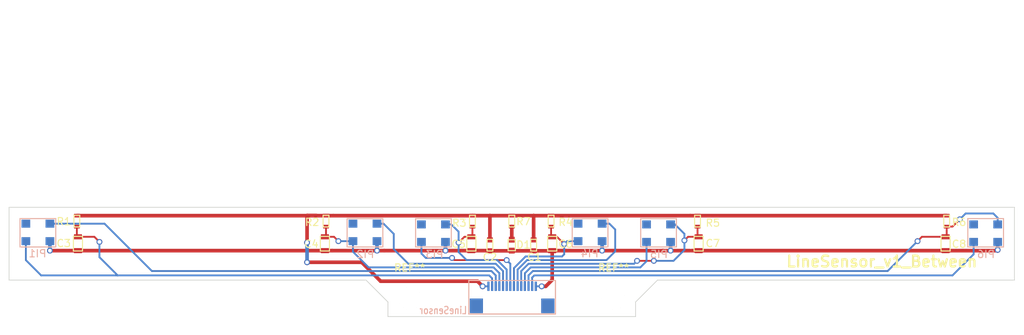
<source format=kicad_pcb>
(kicad_pcb (version 20171130) (host pcbnew "(5.0.0)")

  (general
    (thickness 1.6)
    (drawings 21)
    (tracks 192)
    (zones 0)
    (modules 25)
    (nets 16)
  )

  (page A4)
  (layers
    (0 F.Cu signal)
    (31 B.Cu signal)
    (32 B.Adhes user)
    (33 F.Adhes user)
    (34 B.Paste user)
    (35 F.Paste user)
    (36 B.SilkS user)
    (37 F.SilkS user)
    (38 B.Mask user)
    (39 F.Mask user)
    (40 Dwgs.User user)
    (41 Cmts.User user)
    (42 Eco1.User user)
    (43 Eco2.User user)
    (44 Edge.Cuts user)
    (45 Margin user)
    (46 B.CrtYd user)
    (47 F.CrtYd user)
    (48 B.Fab user)
    (49 F.Fab user)
  )

  (setup
    (last_trace_width 0.25)
    (user_trace_width 0.25)
    (user_trace_width 0.5)
    (trace_clearance 0.2)
    (zone_clearance 0.508)
    (zone_45_only no)
    (trace_min 0.2)
    (segment_width 0.2)
    (edge_width 0.15)
    (via_size 0.8)
    (via_drill 0.5)
    (via_min_size 0.8)
    (via_min_drill 0.4)
    (uvia_size 0.3)
    (uvia_drill 0.1)
    (uvias_allowed no)
    (uvia_min_size 0.2)
    (uvia_min_drill 0.1)
    (pcb_text_width 0.3)
    (pcb_text_size 1.5 1.5)
    (mod_edge_width 0.15)
    (mod_text_size 1 1)
    (mod_text_width 0.15)
    (pad_size 1.524 1.524)
    (pad_drill 0.762)
    (pad_to_mask_clearance 0.2)
    (aux_axis_origin 85.9 112)
    (visible_elements 7FFFF7FF)
    (pcbplotparams
      (layerselection 0x010f0_80000001)
      (usegerberextensions true)
      (usegerberattributes false)
      (usegerberadvancedattributes false)
      (creategerberjobfile false)
      (excludeedgelayer true)
      (linewidth 0.100000)
      (plotframeref false)
      (viasonmask false)
      (mode 1)
      (useauxorigin false)
      (hpglpennumber 1)
      (hpglpenspeed 20)
      (hpglpendiameter 15.000000)
      (psnegative false)
      (psa4output false)
      (plotreference true)
      (plotvalue true)
      (plotinvisibletext false)
      (padsonsilk false)
      (subtractmaskfromsilk false)
      (outputformat 1)
      (mirror false)
      (drillshape 0)
      (scaleselection 1)
      (outputdirectory "gerber/"))
  )

  (net 0 "")
  (net 1 +3V3)
  (net 2 GND)
  (net 3 ANALOG_SEN1)
  (net 4 ANALOG_SEN2)
  (net 5 ANALOG_SEN3)
  (net 6 ANALOG_SEN4)
  (net 7 ANALOG_SEN5)
  (net 8 ANALOG_SEN6)
  (net 9 VR1)
  (net 10 VR2)
  (net 11 VR3)
  (net 12 VR4)
  (net 13 VR5)
  (net 14 VR6)
  (net 15 "Net-(D1-Pad2)")

  (net_class Default "これは標準のネット クラスです。"
    (clearance 0.2)
    (trace_width 0.25)
    (via_dia 0.8)
    (via_drill 0.5)
    (uvia_dia 0.3)
    (uvia_drill 0.1)
    (add_net +3V3)
    (add_net ANALOG_SEN1)
    (add_net ANALOG_SEN2)
    (add_net ANALOG_SEN3)
    (add_net ANALOG_SEN4)
    (add_net ANALOG_SEN5)
    (add_net ANALOG_SEN6)
    (add_net GND)
    (add_net "Net-(D1-Pad2)")
    (add_net VR1)
    (add_net VR2)
    (add_net VR3)
    (add_net VR4)
    (add_net VR5)
    (add_net VR6)
  )

  (module "CN-FFC-SMT2(CN-FFC(0:CN-FFC-SMT2(CN-FFC(0.5)14PD)" (layer F.Cu) (tedit 5B66C610) (tstamp 5B28C679)
    (at 144.8 109.4)
    (path /5B288245)
    (fp_text reference LineSensor (at -3.2 -1.2) (layer B.SilkS)
      (effects (font (size 1 0.8) (thickness 0.15)) (justify mirror))
    )
    (fp_text value "CN-FFC-SMT2(CN-FFC(0.5)14PD)" (at 7.8 0.7) (layer F.Fab)
      (effects (font (size 1 1) (thickness 0.15)))
    )
    (fp_line (start 12.2 -0.7) (end 12.2 -5.3) (layer B.SilkS) (width 0.15))
    (fp_line (start 0.3 -0.7) (end 12.2 -0.7) (layer B.SilkS) (width 0.15))
    (fp_line (start 0.3 -0.7) (end 12.2 -0.7) (layer B.SilkS) (width 0.15))
    (fp_line (start 12.2 -0.7) (end 12.2 -5.3) (layer B.SilkS) (width 0.15))
    (fp_line (start 12.2 -5.3) (end 0.3 -5.3) (layer B.SilkS) (width 0.15))
    (fp_line (start 0.3 -5.3) (end 0.3 -0.7) (layer B.SilkS) (width 0.15))
    (pad 14 smd rect (at 9.5 -4.5) (size 0.3 1.25) (layers B.Cu B.Paste B.Mask)
      (net 2 GND))
    (pad 13 smd rect (at 9 -4.5) (size 0.3 1.25) (layers B.Cu B.Paste B.Mask)
      (net 14 VR6))
    (pad 12 smd rect (at 8.5 -4.5) (size 0.3 1.25) (layers B.Cu B.Paste B.Mask)
      (net 8 ANALOG_SEN6))
    (pad 11 smd rect (at 8 -4.5) (size 0.3 1.25) (layers B.Cu B.Paste B.Mask)
      (net 13 VR5))
    (pad 10 smd rect (at 7.5 -4.5) (size 0.3 1.25) (layers B.Cu B.Paste B.Mask)
      (net 7 ANALOG_SEN5))
    (pad 9 smd rect (at 7 -4.5) (size 0.3 1.25) (layers B.Cu B.Paste B.Mask)
      (net 12 VR4))
    (pad 8 smd rect (at 6.5 -4.5) (size 0.3 1.25) (layers B.Cu B.Paste B.Mask)
      (net 6 ANALOG_SEN4))
    (pad 7 smd rect (at 6 -4.5) (size 0.3 1.25) (layers B.Cu B.Paste B.Mask)
      (net 11 VR3))
    (pad 6 smd rect (at 5.5 -4.5) (size 0.3 1.25) (layers B.Cu B.Paste B.Mask)
      (net 5 ANALOG_SEN3))
    (pad 5 smd rect (at 5 -4.5) (size 0.3 1.25) (layers B.Cu B.Paste B.Mask)
      (net 10 VR2))
    (pad 4 smd rect (at 4.5 -4.5) (size 0.3 1.25) (layers B.Cu B.Paste B.Mask)
      (net 4 ANALOG_SEN2))
    (pad 3 smd rect (at 4 -4.5) (size 0.3 1.25) (layers B.Cu B.Paste B.Mask)
      (net 9 VR1))
    (pad 2 smd rect (at 3.5 -4.5) (size 0.3 1.25) (layers B.Cu B.Paste B.Mask)
      (net 3 ANALOG_SEN1))
    (pad "" smd rect (at 1.35 -1.825) (size 1.8 2) (layers B.Cu B.Paste B.Mask))
    (pad "" smd rect (at 11.15 -1.825) (size 1.8 2) (layers B.Cu B.Paste B.Mask))
    (pad 1 smd rect (at 3 -4.5) (size 0.3 1.25) (layers B.Cu B.Paste B.Mask)
      (net 1 +3V3))
    (pad 1 smd rect (at 3 -4.5) (size 0.3 1.25) (layers B.Cu B.Paste B.Mask)
      (net 1 +3V3))
    (pad "" smd rect (at 11.15 -1.825) (size 1.8 2) (layers B.Cu B.Paste B.Mask))
    (pad "" smd rect (at 1.35 -1.825) (size 1.8 2) (layers B.Cu B.Paste B.Mask))
    (pad 2 smd rect (at 3.5 -4.5) (size 0.3 1.25) (layers B.Cu B.Paste B.Mask)
      (net 3 ANALOG_SEN1))
    (pad 3 smd rect (at 4 -4.5) (size 0.3 1.25) (layers B.Cu B.Paste B.Mask)
      (net 9 VR1))
    (pad 4 smd rect (at 4.5 -4.5) (size 0.3 1.25) (layers B.Cu B.Paste B.Mask)
      (net 4 ANALOG_SEN2))
    (pad 5 smd rect (at 5 -4.5) (size 0.3 1.25) (layers B.Cu B.Paste B.Mask)
      (net 10 VR2))
    (pad 6 smd rect (at 5.5 -4.5) (size 0.3 1.25) (layers B.Cu B.Paste B.Mask)
      (net 5 ANALOG_SEN3))
    (pad 7 smd rect (at 6 -4.5) (size 0.3 1.25) (layers B.Cu B.Paste B.Mask)
      (net 11 VR3))
    (pad 8 smd rect (at 6.5 -4.5) (size 0.3 1.25) (layers B.Cu B.Paste B.Mask)
      (net 6 ANALOG_SEN4))
    (pad 9 smd rect (at 7 -4.5) (size 0.3 1.25) (layers B.Cu B.Paste B.Mask)
      (net 12 VR4))
    (pad 10 smd rect (at 7.5 -4.5) (size 0.3 1.25) (layers B.Cu B.Paste B.Mask)
      (net 7 ANALOG_SEN5))
    (pad 11 smd rect (at 8 -4.5) (size 0.3 1.25) (layers B.Cu B.Paste B.Mask)
      (net 13 VR5))
    (pad 12 smd rect (at 8.5 -4.5) (size 0.3 1.25) (layers B.Cu B.Paste B.Mask)
      (net 8 ANALOG_SEN6))
    (pad 13 smd rect (at 9 -4.5) (size 0.3 1.25) (layers B.Cu B.Paste B.Mask)
      (net 14 VR6))
    (pad 14 smd rect (at 9.5 -4.5) (size 0.3 1.25) (layers B.Cu B.Paste B.Mask)
      (net 2 GND))
  )

  (module GP2S700HCP:GP2S700HCP (layer F.Cu) (tedit 5B6438AD) (tstamp 5B25F938)
    (at 176.1 92.8 180)
    (path /5B1E5878)
    (fp_text reference PI5 (at 4.9 -7.7 180) (layer B.SilkS)
      (effects (font (size 1 1) (thickness 0.15)) (justify mirror))
    )
    (fp_text value GP2S700HCP (at 3.7 -1.5 180) (layer F.Fab)
      (effects (font (size 1 1) (thickness 0.15)))
    )
    (fp_line (start 2.5 -2.8) (end 2.5 -6.7) (layer B.SilkS) (width 0.15))
    (fp_line (start 7.4 -2.8) (end 2.5 -2.8) (layer B.SilkS) (width 0.15))
    (fp_line (start 7.4 -6.7) (end 7.4 -2.8) (layer B.SilkS) (width 0.15))
    (fp_line (start 2.5 -6.7) (end 7.4 -6.7) (layer B.SilkS) (width 0.15))
    (pad 3 smd rect (at 6.6 -3.6 180) (size 1.2 1.1) (layers B.Cu B.Paste B.Mask)
      (net 2 GND))
    (pad 2 smd rect (at 3.3 -3.6 180) (size 1.2 1.1) (layers B.Cu B.Paste B.Mask)
      (net 7 ANALOG_SEN5))
    (pad 4 smd rect (at 6.6 -6 180) (size 1.2 1.1) (layers B.Cu B.Paste B.Mask)
      (net 13 VR5))
    (pad 1 smd rect (at 3.3 -6 180) (size 1.2 1.1) (layers B.Cu B.Paste B.Mask)
      (net 2 GND))
  )

  (module GP2S700HCP:GP2S700HCP (layer F.Cu) (tedit 5B6438BA) (tstamp 5B25F914)
    (at 125.9 102.3)
    (path /5B1E5E28)
    (fp_text reference PI2 (at 5 -1.8) (layer B.SilkS)
      (effects (font (size 1 1) (thickness 0.15)) (justify mirror))
    )
    (fp_text value GP2S700HCP (at 4.8 -8) (layer F.Fab)
      (effects (font (size 1 1) (thickness 0.15)))
    )
    (fp_line (start 2.5 -2.8) (end 2.5 -6.7) (layer B.SilkS) (width 0.15))
    (fp_line (start 7.4 -2.8) (end 2.5 -2.8) (layer B.SilkS) (width 0.15))
    (fp_line (start 7.4 -6.7) (end 7.4 -2.8) (layer B.SilkS) (width 0.15))
    (fp_line (start 2.5 -6.7) (end 7.4 -6.7) (layer B.SilkS) (width 0.15))
    (pad 3 smd rect (at 6.6 -3.6) (size 1.2 1.1) (layers B.Cu B.Paste B.Mask)
      (net 2 GND))
    (pad 2 smd rect (at 3.3 -3.6) (size 1.2 1.1) (layers B.Cu B.Paste B.Mask)
      (net 4 ANALOG_SEN2))
    (pad 4 smd rect (at 6.6 -6) (size 1.2 1.1) (layers B.Cu B.Paste B.Mask)
      (net 10 VR2))
    (pad 1 smd rect (at 3.3 -6) (size 1.2 1.1) (layers B.Cu B.Paste B.Mask)
      (net 2 GND))
  )

  (module GP2S700HCP:GP2S700HCP (layer F.Cu) (tedit 5B6438B4) (tstamp 5B25F92C)
    (at 156.8 102.3)
    (path /5B1E5688)
    (fp_text reference PI4 (at 4.9 -1.9) (layer B.SilkS)
      (effects (font (size 1 1) (thickness 0.15)) (justify mirror))
    )
    (fp_text value GP2S700HCP (at 5 -8.1) (layer F.Fab)
      (effects (font (size 1 1) (thickness 0.15)))
    )
    (fp_line (start 2.5 -2.8) (end 2.5 -6.7) (layer B.SilkS) (width 0.15))
    (fp_line (start 7.4 -2.8) (end 2.5 -2.8) (layer B.SilkS) (width 0.15))
    (fp_line (start 7.4 -6.7) (end 7.4 -2.8) (layer B.SilkS) (width 0.15))
    (fp_line (start 2.5 -6.7) (end 7.4 -6.7) (layer B.SilkS) (width 0.15))
    (pad 3 smd rect (at 6.6 -3.6) (size 1.2 1.1) (layers B.Cu B.Paste B.Mask)
      (net 2 GND))
    (pad 2 smd rect (at 3.3 -3.6) (size 1.2 1.1) (layers B.Cu B.Paste B.Mask)
      (net 6 ANALOG_SEN4))
    (pad 4 smd rect (at 6.6 -6) (size 1.2 1.1) (layers B.Cu B.Paste B.Mask)
      (net 12 VR4))
    (pad 1 smd rect (at 3.3 -6) (size 1.2 1.1) (layers B.Cu B.Paste B.Mask)
      (net 2 GND))
  )

  (module GP2S700HCP:GP2S700HCP (layer F.Cu) (tedit 5B6438B6) (tstamp 5B25F944)
    (at 221 92.8 180)
    (path /5B1E5A02)
    (fp_text reference PI6 (at 4.9 -7.7 180) (layer B.SilkS)
      (effects (font (size 1 1) (thickness 0.15)) (justify mirror))
    )
    (fp_text value GP2S700HCP (at 4.7 -1.2 180) (layer F.Fab)
      (effects (font (size 1 1) (thickness 0.15)))
    )
    (fp_line (start 2.5 -2.8) (end 2.5 -6.7) (layer B.SilkS) (width 0.15))
    (fp_line (start 7.4 -2.8) (end 2.5 -2.8) (layer B.SilkS) (width 0.15))
    (fp_line (start 7.4 -6.7) (end 7.4 -2.8) (layer B.SilkS) (width 0.15))
    (fp_line (start 2.5 -6.7) (end 7.4 -6.7) (layer B.SilkS) (width 0.15))
    (pad 3 smd rect (at 6.6 -3.6 180) (size 1.2 1.1) (layers B.Cu B.Paste B.Mask)
      (net 2 GND))
    (pad 2 smd rect (at 3.3 -3.6 180) (size 1.2 1.1) (layers B.Cu B.Paste B.Mask)
      (net 8 ANALOG_SEN6))
    (pad 4 smd rect (at 6.6 -6 180) (size 1.2 1.1) (layers B.Cu B.Paste B.Mask)
      (net 14 VR6))
    (pad 1 smd rect (at 3.3 -6 180) (size 1.2 1.1) (layers B.Cu B.Paste B.Mask)
      (net 2 GND))
  )

  (module GP2S700HCP:GP2S700HCP (layer F.Cu) (tedit 5B6438C2) (tstamp 5B25F908)
    (at 81 102.3)
    (path /5B1E5DF2)
    (fp_text reference PI1 (at 4.9 -1.9) (layer B.SilkS)
      (effects (font (size 1 1) (thickness 0.15)) (justify mirror))
    )
    (fp_text value GP2S700HCP (at 4.8 -8.6) (layer F.Fab)
      (effects (font (size 1 1) (thickness 0.15)))
    )
    (fp_line (start 2.5 -2.8) (end 2.5 -6.7) (layer B.SilkS) (width 0.15))
    (fp_line (start 7.4 -2.8) (end 2.5 -2.8) (layer B.SilkS) (width 0.15))
    (fp_line (start 7.4 -6.7) (end 7.4 -2.8) (layer B.SilkS) (width 0.15))
    (fp_line (start 2.5 -6.7) (end 7.4 -6.7) (layer B.SilkS) (width 0.15))
    (pad 3 smd rect (at 6.6 -3.6) (size 1.2 1.1) (layers B.Cu B.Paste B.Mask)
      (net 2 GND))
    (pad 2 smd rect (at 3.3 -3.6) (size 1.2 1.1) (layers B.Cu B.Paste B.Mask)
      (net 3 ANALOG_SEN1))
    (pad 4 smd rect (at 6.6 -6) (size 1.2 1.1) (layers B.Cu B.Paste B.Mask)
      (net 9 VR1))
    (pad 1 smd rect (at 3.3 -6) (size 1.2 1.1) (layers B.Cu B.Paste B.Mask)
      (net 2 GND))
  )

  (module GP2S700HCP:GP2S700HCP (layer F.Cu) (tedit 5B6438BB) (tstamp 5B25F920)
    (at 145.2 92.8 180)
    (path /5B1CEE93)
    (fp_text reference PI3 (at 4.8 -7.7 180) (layer B.SilkS)
      (effects (font (size 1 1) (thickness 0.15)) (justify mirror))
    )
    (fp_text value GP2S700HCP (at 3.6 -1.5 180) (layer F.Fab)
      (effects (font (size 1 1) (thickness 0.15)))
    )
    (fp_line (start 2.5 -2.8) (end 2.5 -6.7) (layer B.SilkS) (width 0.15))
    (fp_line (start 7.4 -2.8) (end 2.5 -2.8) (layer B.SilkS) (width 0.15))
    (fp_line (start 7.4 -6.7) (end 7.4 -2.8) (layer B.SilkS) (width 0.15))
    (fp_line (start 2.5 -6.7) (end 7.4 -6.7) (layer B.SilkS) (width 0.15))
    (pad 3 smd rect (at 6.6 -3.6 180) (size 1.2 1.1) (layers B.Cu B.Paste B.Mask)
      (net 2 GND))
    (pad 2 smd rect (at 3.3 -3.6 180) (size 1.2 1.1) (layers B.Cu B.Paste B.Mask)
      (net 5 ANALOG_SEN3))
    (pad 4 smd rect (at 6.6 -6 180) (size 1.2 1.1) (layers B.Cu B.Paste B.Mask)
      (net 11 VR3))
    (pad 1 smd rect (at 3.3 -6 180) (size 1.2 1.1) (layers B.Cu B.Paste B.Mask)
      (net 2 GND))
  )

  (module "LED 1608:LED 1608" (layer F.Cu) (tedit 5B62B200) (tstamp 5B62BA17)
    (at 151.9 100.7 90)
    (path /5B6361C6)
    (fp_text reference D1 (at 1.5 0.7 180) (layer F.SilkS)
      (effects (font (size 1 1) (thickness 0.15)))
    )
    (fp_text value LED_ALT (at -2 -0.7 180) (layer F.Fab)
      (effects (font (size 1 1) (thickness 0.15)))
    )
    (fp_line (start 0.7 -0.4) (end 0.7 -1.4) (layer F.SilkS) (width 0.15))
    (fp_line (start 2.2 -0.4) (end 0.7 -0.4) (layer F.SilkS) (width 0.15))
    (fp_line (start 2.2 -1.4) (end 2.2 -0.4) (layer F.SilkS) (width 0.15))
    (fp_line (start 0.7 -1.4) (end 2.2 -1.4) (layer F.SilkS) (width 0.15))
    (pad 2 smd rect (at 2.2 -0.9 90) (size 0.8 0.8) (layers F.Cu F.Paste F.Mask)
      (net 15 "Net-(D1-Pad2)"))
    (pad 1 smd rect (at 0.7 -0.9 90) (size 0.8 0.8) (layers F.Cu F.Paste F.Mask)
      (net 2 GND))
  )

  (module C_2012_HandSolderring_0.1u:C_2012_HandSolderring_0.1u (layer F.Cu) (tedit 5B63C7E2) (tstamp 5B25F8C4)
    (at 143.5 96.7 270)
    (path /5B1CF931)
    (fp_text reference C5 (at 2.4 -0.2) (layer F.SilkS)
      (effects (font (size 1 1) (thickness 0.15)))
    )
    (fp_text value 1000p (at 4.3 -2) (layer F.Fab)
      (effects (font (size 1 1) (thickness 0.15)))
    )
    (fp_line (start 1.35 -2.575) (end 1.35 -1.325) (layer F.SilkS) (width 0.15))
    (fp_line (start 1.35 -1.325) (end 3.35 -1.325) (layer F.SilkS) (width 0.15))
    (fp_line (start 3.35 -2.575) (end 3.35 -1.325) (layer F.SilkS) (width 0.15))
    (fp_line (start 1.35 -2.575) (end 3.35 -2.575) (layer F.SilkS) (width 0.15))
    (pad 1 smd rect (at 1.4 -1.95 270) (size 0.7 1.1) (layers F.Cu F.Paste F.Mask)
      (net 5 ANALOG_SEN3))
    (pad 2 smd rect (at 3.3 -1.95 270) (size 0.7 1.1) (layers F.Cu F.Paste F.Mask)
      (net 2 GND))
  )

  (module C_1608_HandSolderring_1000pF:C_1608_HandSolderring_1000pF (layer F.Cu) (tedit 5B63C806) (tstamp 5B25F89C)
    (at 153.1 97.9 270)
    (path /5B1E3960)
    (fp_text reference C1 (at 3 -1) (layer F.SilkS)
      (effects (font (size 1 1) (thickness 0.15)))
    )
    (fp_text value 0.1u (at -0.5 -0.9) (layer F.Fab)
      (effects (font (size 1 1) (thickness 0.15)))
    )
    (fp_line (start 0.55 -0.5) (end 2.15 -0.5) (layer F.SilkS) (width 0.15))
    (fp_line (start 0.55 -1.3) (end 0.55 -0.5) (layer F.SilkS) (width 0.15))
    (fp_line (start 0.55 -1.3) (end 2.15 -1.3) (layer F.SilkS) (width 0.15))
    (fp_line (start 2.15 -1.3) (end 2.15 -0.5) (layer F.SilkS) (width 0.15))
    (pad 1 smd rect (at 0.625 -0.9 270) (size 0.7 0.8) (layers F.Cu F.Paste F.Mask)
      (net 1 +3V3))
    (pad 2 smd rect (at 2.125 -0.9 270) (size 0.7 0.8) (layers F.Cu F.Paste F.Mask)
      (net 2 GND))
  )

  (module C_1608_HandSolderring_1000pF:C_1608_HandSolderring_1000pF (layer F.Cu) (tedit 5B63C7E9) (tstamp 5B25F8A6)
    (at 147.1 97.9 270)
    (path /5B1E3987)
    (fp_text reference C2 (at 3 -0.9) (layer F.SilkS)
      (effects (font (size 1 1) (thickness 0.15)))
    )
    (fp_text value 0.1u (at -0.6 -1.5) (layer F.Fab)
      (effects (font (size 1 1) (thickness 0.15)))
    )
    (fp_line (start 0.55 -0.5) (end 2.15 -0.5) (layer F.SilkS) (width 0.15))
    (fp_line (start 0.55 -1.3) (end 0.55 -0.5) (layer F.SilkS) (width 0.15))
    (fp_line (start 0.55 -1.3) (end 2.15 -1.3) (layer F.SilkS) (width 0.15))
    (fp_line (start 2.15 -1.3) (end 2.15 -0.5) (layer F.SilkS) (width 0.15))
    (pad 1 smd rect (at 0.625 -0.9 270) (size 0.7 0.8) (layers F.Cu F.Paste F.Mask)
      (net 1 +3V3))
    (pad 2 smd rect (at 2.125 -0.9 270) (size 0.7 0.8) (layers F.Cu F.Paste F.Mask)
      (net 2 GND))
  )

  (module C_2012_HandSolderring_0.1u:C_2012_HandSolderring_0.1u (layer F.Cu) (tedit 5B63C794) (tstamp 5B25F8B0)
    (at 89.5 96.7 270)
    (path /5B1E5E12)
    (fp_text reference C3 (at 2.3 0) (layer F.SilkS)
      (effects (font (size 1 1) (thickness 0.15)))
    )
    (fp_text value 1000p (at 2.5 -5.1) (layer F.Fab)
      (effects (font (size 1 1) (thickness 0.15)))
    )
    (fp_line (start 1.35 -2.575) (end 1.35 -1.325) (layer F.SilkS) (width 0.15))
    (fp_line (start 1.35 -1.325) (end 3.35 -1.325) (layer F.SilkS) (width 0.15))
    (fp_line (start 3.35 -2.575) (end 3.35 -1.325) (layer F.SilkS) (width 0.15))
    (fp_line (start 1.35 -2.575) (end 3.35 -2.575) (layer F.SilkS) (width 0.15))
    (pad 1 smd rect (at 1.4 -1.95 270) (size 0.7 1.1) (layers F.Cu F.Paste F.Mask)
      (net 3 ANALOG_SEN1))
    (pad 2 smd rect (at 3.3 -1.95 270) (size 0.7 1.1) (layers F.Cu F.Paste F.Mask)
      (net 2 GND))
  )

  (module C_2012_HandSolderring_0.1u:C_2012_HandSolderring_0.1u (layer F.Cu) (tedit 5B63C7B0) (tstamp 5B63C6B3)
    (at 123.4 96.7 270)
    (path /5B1E5E48)
    (fp_text reference C4 (at 2.4 -0.1) (layer F.SilkS)
      (effects (font (size 1 1) (thickness 0.15)))
    )
    (fp_text value 1000p (at 2.2 3.2) (layer F.Fab)
      (effects (font (size 1 1) (thickness 0.15)))
    )
    (fp_line (start 1.35 -2.575) (end 1.35 -1.325) (layer F.SilkS) (width 0.15))
    (fp_line (start 1.35 -1.325) (end 3.35 -1.325) (layer F.SilkS) (width 0.15))
    (fp_line (start 3.35 -2.575) (end 3.35 -1.325) (layer F.SilkS) (width 0.15))
    (fp_line (start 1.35 -2.575) (end 3.35 -2.575) (layer F.SilkS) (width 0.15))
    (pad 1 smd rect (at 1.4 -1.95 270) (size 0.7 1.1) (layers F.Cu F.Paste F.Mask)
      (net 4 ANALOG_SEN2))
    (pad 2 smd rect (at 3.3 -1.95 270) (size 0.7 1.1) (layers F.Cu F.Paste F.Mask)
      (net 2 GND))
  )

  (module C_2012_HandSolderring_0.1u:C_2012_HandSolderring_0.1u (layer F.Cu) (tedit 5B63C7F8) (tstamp 5B25F8CE)
    (at 154.6 96.7 270)
    (path /5B1E56A8)
    (fp_text reference C6 (at 2.4 -3.8) (layer F.SilkS)
      (effects (font (size 1 1) (thickness 0.15)))
    )
    (fp_text value 1000p (at 4.2 -2.2) (layer F.Fab)
      (effects (font (size 1 1) (thickness 0.15)))
    )
    (fp_line (start 1.35 -2.575) (end 1.35 -1.325) (layer F.SilkS) (width 0.15))
    (fp_line (start 1.35 -1.325) (end 3.35 -1.325) (layer F.SilkS) (width 0.15))
    (fp_line (start 3.35 -2.575) (end 3.35 -1.325) (layer F.SilkS) (width 0.15))
    (fp_line (start 1.35 -2.575) (end 3.35 -2.575) (layer F.SilkS) (width 0.15))
    (pad 1 smd rect (at 1.4 -1.95 270) (size 0.7 1.1) (layers F.Cu F.Paste F.Mask)
      (net 6 ANALOG_SEN4))
    (pad 2 smd rect (at 3.3 -1.95 270) (size 0.7 1.1) (layers F.Cu F.Paste F.Mask)
      (net 2 GND))
  )

  (module C_2012_HandSolderring_0.1u:C_2012_HandSolderring_0.1u (layer F.Cu) (tedit 5B63C826) (tstamp 5B25F8D8)
    (at 174.7 96.7 270)
    (path /5B1E5898)
    (fp_text reference C7 (at 2.3 -3.9) (layer F.SilkS)
      (effects (font (size 1 1) (thickness 0.15)))
    )
    (fp_text value 1000p (at 2.2 -7.5) (layer F.Fab)
      (effects (font (size 1 1) (thickness 0.15)))
    )
    (fp_line (start 1.35 -2.575) (end 1.35 -1.325) (layer F.SilkS) (width 0.15))
    (fp_line (start 1.35 -1.325) (end 3.35 -1.325) (layer F.SilkS) (width 0.15))
    (fp_line (start 3.35 -2.575) (end 3.35 -1.325) (layer F.SilkS) (width 0.15))
    (fp_line (start 1.35 -2.575) (end 3.35 -2.575) (layer F.SilkS) (width 0.15))
    (pad 1 smd rect (at 1.4 -1.95 270) (size 0.7 1.1) (layers F.Cu F.Paste F.Mask)
      (net 7 ANALOG_SEN5))
    (pad 2 smd rect (at 3.3 -1.95 270) (size 0.7 1.1) (layers F.Cu F.Paste F.Mask)
      (net 2 GND))
  )

  (module C_2012_HandSolderring_0.1u:C_2012_HandSolderring_0.1u (layer F.Cu) (tedit 5B63C833) (tstamp 5B25F8E2)
    (at 208.6 96.7 270)
    (path /5B1E5A22)
    (fp_text reference C8 (at 2.4 -3.8) (layer F.SilkS)
      (effects (font (size 1 1) (thickness 0.15)))
    )
    (fp_text value 1000p (at 2.5 1.3) (layer F.Fab)
      (effects (font (size 1 1) (thickness 0.15)))
    )
    (fp_line (start 1.35 -2.575) (end 1.35 -1.325) (layer F.SilkS) (width 0.15))
    (fp_line (start 1.35 -1.325) (end 3.35 -1.325) (layer F.SilkS) (width 0.15))
    (fp_line (start 3.35 -2.575) (end 3.35 -1.325) (layer F.SilkS) (width 0.15))
    (fp_line (start 1.35 -2.575) (end 3.35 -2.575) (layer F.SilkS) (width 0.15))
    (pad 1 smd rect (at 1.4 -1.95 270) (size 0.7 1.1) (layers F.Cu F.Paste F.Mask)
      (net 8 ANALOG_SEN6))
    (pad 2 smd rect (at 3.3 -1.95 270) (size 0.7 1.1) (layers F.Cu F.Paste F.Mask)
      (net 2 GND))
  )

  (module R_1608_HandSoldering:R_1608_HandSoldering (layer F.Cu) (tedit 5B63C77B) (tstamp 5B25F94A)
    (at 89.7 93.8 270)
    (path /5B267697)
    (fp_text reference R1 (at 2.2 0.2) (layer F.SilkS)
      (effects (font (size 1 1) (thickness 0.15)))
    )
    (fp_text value 100k (at 2.1 -4.3) (layer F.Fab)
      (effects (font (size 1 1) (thickness 0.15)))
    )
    (fp_line (start 2.95 -2) (end 2.95 -1.2) (layer F.SilkS) (width 0.15))
    (fp_line (start 1.35 -1.2) (end 2.95 -1.2) (layer F.SilkS) (width 0.15))
    (fp_line (start 1.35 -2) (end 1.35 -1.2) (layer F.SilkS) (width 0.15))
    (fp_line (start 1.35 -2) (end 2.95 -2) (layer F.SilkS) (width 0.15))
    (pad 1 smd rect (at 1.4 -1.6 270) (size 0.5 0.8) (layers F.Cu F.Paste F.Mask)
      (net 1 +3V3))
    (pad 2 smd rect (at 2.9 -1.6 270) (size 0.5 0.8) (layers F.Cu F.Paste F.Mask)
      (net 3 ANALOG_SEN1))
  )

  (module R_1608_HandSoldering:R_1608_HandSoldering (layer F.Cu) (tedit 5B63C79C) (tstamp 5B25F950)
    (at 123.9 93.8 270)
    (path /5B2676D4)
    (fp_text reference R2 (at 2.3 0.3) (layer F.SilkS)
      (effects (font (size 1 1) (thickness 0.15)))
    )
    (fp_text value 100k (at 2.3 3.3) (layer F.Fab)
      (effects (font (size 1 1) (thickness 0.15)))
    )
    (fp_line (start 2.95 -2) (end 2.95 -1.2) (layer F.SilkS) (width 0.15))
    (fp_line (start 1.35 -1.2) (end 2.95 -1.2) (layer F.SilkS) (width 0.15))
    (fp_line (start 1.35 -2) (end 1.35 -1.2) (layer F.SilkS) (width 0.15))
    (fp_line (start 1.35 -2) (end 2.95 -2) (layer F.SilkS) (width 0.15))
    (pad 1 smd rect (at 1.4 -1.6 270) (size 0.5 0.8) (layers F.Cu F.Paste F.Mask)
      (net 1 +3V3))
    (pad 2 smd rect (at 2.9 -1.6 270) (size 0.5 0.8) (layers F.Cu F.Paste F.Mask)
      (net 4 ANALOG_SEN2))
  )

  (module R_1608_HandSoldering:R_1608_HandSoldering (layer F.Cu) (tedit 5B63C7CD) (tstamp 5B25F956)
    (at 144 93.8 270)
    (path /5B26770B)
    (fp_text reference R3 (at 2.4 0.2) (layer F.SilkS)
      (effects (font (size 1 1) (thickness 0.15)))
    )
    (fp_text value 100k (at 0.7 -1.5) (layer F.Fab)
      (effects (font (size 1 1) (thickness 0.15)))
    )
    (fp_line (start 2.95 -2) (end 2.95 -1.2) (layer F.SilkS) (width 0.15))
    (fp_line (start 1.35 -1.2) (end 2.95 -1.2) (layer F.SilkS) (width 0.15))
    (fp_line (start 1.35 -2) (end 1.35 -1.2) (layer F.SilkS) (width 0.15))
    (fp_line (start 1.35 -2) (end 2.95 -2) (layer F.SilkS) (width 0.15))
    (pad 1 smd rect (at 1.4 -1.6 270) (size 0.5 0.8) (layers F.Cu F.Paste F.Mask)
      (net 1 +3V3))
    (pad 2 smd rect (at 2.9 -1.6 270) (size 0.5 0.8) (layers F.Cu F.Paste F.Mask)
      (net 5 ANALOG_SEN3))
  )

  (module R_1608_HandSoldering:R_1608_HandSoldering locked (layer F.Cu) (tedit 5B63C6AD) (tstamp 5B25F95C)
    (at 154.8 93.8 270)
    (path /5B267744)
    (fp_text reference R4 (at 2.3 -3.6) (layer F.SilkS)
      (effects (font (size 1 1) (thickness 0.15)))
    )
    (fp_text value 100k (at 0.1 -1.7 180) (layer F.Fab)
      (effects (font (size 1 1) (thickness 0.15)))
    )
    (fp_line (start 2.95 -2) (end 2.95 -1.2) (layer F.SilkS) (width 0.15))
    (fp_line (start 1.35 -1.2) (end 2.95 -1.2) (layer F.SilkS) (width 0.15))
    (fp_line (start 1.35 -2) (end 1.35 -1.2) (layer F.SilkS) (width 0.15))
    (fp_line (start 1.35 -2) (end 2.95 -2) (layer F.SilkS) (width 0.15))
    (pad 1 smd rect (at 1.4 -1.6 270) (size 0.5 0.8) (layers F.Cu F.Paste F.Mask)
      (net 1 +3V3))
    (pad 2 smd rect (at 2.9 -1.6 270) (size 0.5 0.8) (layers F.Cu F.Paste F.Mask)
      (net 6 ANALOG_SEN4))
  )

  (module R_1608_HandSoldering:R_1608_HandSoldering (layer F.Cu) (tedit 5B63C821) (tstamp 5B25F962)
    (at 174.9 93.8 270)
    (path /5B26777F)
    (fp_text reference R5 (at 2.4 -3.7) (layer F.SilkS)
      (effects (font (size 1 1) (thickness 0.15)))
    )
    (fp_text value 100k (at 2.3 -6.8) (layer F.Fab)
      (effects (font (size 1 1) (thickness 0.15)))
    )
    (fp_line (start 2.95 -2) (end 2.95 -1.2) (layer F.SilkS) (width 0.15))
    (fp_line (start 1.35 -1.2) (end 2.95 -1.2) (layer F.SilkS) (width 0.15))
    (fp_line (start 1.35 -2) (end 1.35 -1.2) (layer F.SilkS) (width 0.15))
    (fp_line (start 1.35 -2) (end 2.95 -2) (layer F.SilkS) (width 0.15))
    (pad 1 smd rect (at 1.4 -1.6 270) (size 0.5 0.8) (layers F.Cu F.Paste F.Mask)
      (net 1 +3V3))
    (pad 2 smd rect (at 2.9 -1.6 270) (size 0.5 0.8) (layers F.Cu F.Paste F.Mask)
      (net 7 ANALOG_SEN5))
  )

  (module R_1608_HandSoldering:R_1608_HandSoldering (layer F.Cu) (tedit 5B63C82E) (tstamp 5B25F968)
    (at 209.1 93.8 270)
    (path /5B2677E4)
    (fp_text reference R6 (at 2.3 -3.3) (layer F.SilkS)
      (effects (font (size 1 1) (thickness 0.15)))
    )
    (fp_text value 100k (at 2.2 1.2) (layer F.Fab)
      (effects (font (size 1 1) (thickness 0.15)))
    )
    (fp_line (start 2.95 -2) (end 2.95 -1.2) (layer F.SilkS) (width 0.15))
    (fp_line (start 1.35 -1.2) (end 2.95 -1.2) (layer F.SilkS) (width 0.15))
    (fp_line (start 1.35 -2) (end 1.35 -1.2) (layer F.SilkS) (width 0.15))
    (fp_line (start 1.35 -2) (end 2.95 -2) (layer F.SilkS) (width 0.15))
    (pad 1 smd rect (at 1.4 -1.6 270) (size 0.5 0.8) (layers F.Cu F.Paste F.Mask)
      (net 1 +3V3))
    (pad 2 smd rect (at 2.9 -1.6 270) (size 0.5 0.8) (layers F.Cu F.Paste F.Mask)
      (net 8 ANALOG_SEN6))
  )

  (module R_1608_HandSoldering:R_1608_HandSoldering (layer F.Cu) (tedit 5B63C7D4) (tstamp 5B62BA21)
    (at 149.4 93.8 270)
    (path /5B636146)
    (fp_text reference R7 (at 2.2 -3.2) (layer F.SilkS)
      (effects (font (size 1 1) (thickness 0.15)))
    )
    (fp_text value 330 (at 0.5 -1.6) (layer F.Fab)
      (effects (font (size 1 1) (thickness 0.15)))
    )
    (fp_line (start 2.95 -2) (end 2.95 -1.2) (layer F.SilkS) (width 0.15))
    (fp_line (start 1.35 -1.2) (end 2.95 -1.2) (layer F.SilkS) (width 0.15))
    (fp_line (start 1.35 -2) (end 1.35 -1.2) (layer F.SilkS) (width 0.15))
    (fp_line (start 1.35 -2) (end 2.95 -2) (layer F.SilkS) (width 0.15))
    (pad 1 smd rect (at 1.4 -1.6 270) (size 0.5 0.8) (layers F.Cu F.Paste F.Mask)
      (net 1 +3V3))
    (pad 2 smd rect (at 2.9 -1.6 270) (size 0.5 0.8) (layers F.Cu F.Paste F.Mask)
      (net 15 "Net-(D1-Pad2)"))
  )

  (module Mounting_Holes:MountingHole_3.2mm_M3 (layer F.Cu) (tedit 5B67B804) (tstamp 5B67B7B0)
    (at 165 106.55)
    (descr "Mounting Hole 3.2mm, no annular, M3")
    (tags "mounting hole 3.2mm no annular m3")
    (attr virtual)
    (fp_text reference REF** (at 0 -4.2) (layer F.SilkS)
      (effects (font (size 1 1) (thickness 0.15)))
    )
    (fp_text value MountingHole_3.2mm_M3 (at 0 4.2) (layer F.Fab)
      (effects (font (size 1 1) (thickness 0.15)))
    )
    (fp_text user MH2 (at 0.3 0) (layer F.Fab)
      (effects (font (size 1 1) (thickness 0.15)))
    )
    (fp_circle (center 0 0) (end 3.2 0) (layer Cmts.User) (width 0.15))
    (fp_circle (center 0 0) (end 3.45 0) (layer F.CrtYd) (width 0.05))
    (pad 1 np_thru_hole circle (at 0 0) (size 3.2 3.2) (drill 3.2) (layers *.Cu *.Mask))
  )

  (module Mounting_Holes:MountingHole_3.2mm_M3 (layer F.Cu) (tedit 5B67B81B) (tstamp 5B67BF23)
    (at 137 106.55)
    (descr "Mounting Hole 3.2mm, no annular, M3")
    (tags "mounting hole 3.2mm no annular m3")
    (attr virtual)
    (fp_text reference REF** (at 0 -4.2) (layer F.SilkS)
      (effects (font (size 1 1) (thickness 0.15)))
    )
    (fp_text value MountingHole_3.2mm_M3 (at 0 4.2) (layer F.Fab)
      (effects (font (size 1 1) (thickness 0.15)))
    )
    (fp_text user MH1 (at 0.3 0) (layer F.Fab)
      (effects (font (size 1 1) (thickness 0.15)))
    )
    (fp_circle (center 0 0) (end 3.2 0) (layer Cmts.User) (width 0.15))
    (fp_circle (center 0 0) (end 3.45 0) (layer F.CrtYd) (width 0.05))
    (pad 1 np_thru_hole circle (at 0 0) (size 3.2 3.2) (drill 3.2) (layers *.Cu *.Mask))
  )

  (dimension 4.5 (width 0.3) (layer Cmts.User)
    (gr_text "4.500 mm" (at 166.45 90.6) (layer Cmts.User)
      (effects (font (size 1.5 1.5) (thickness 0.3)))
    )
    (feature1 (pts (xy 168.7 95.6) (xy 168.7 92.113579)))
    (feature2 (pts (xy 164.2 95.6) (xy 164.2 92.113579)))
    (crossbar (pts (xy 164.2 92.7) (xy 168.7 92.7)))
    (arrow1a (pts (xy 168.7 92.7) (xy 167.573496 93.286421)))
    (arrow1b (pts (xy 168.7 92.7) (xy 167.573496 92.113579)))
    (arrow2a (pts (xy 164.2 92.7) (xy 165.326504 93.286421)))
    (arrow2b (pts (xy 164.2 92.7) (xy 165.326504 92.113579)))
  )
  (dimension 4.5 (width 0.3) (layer Cmts.User)
    (gr_text "4.500 mm" (at 135.55 90.300001) (layer Cmts.User)
      (effects (font (size 1.5 1.5) (thickness 0.3)))
    )
    (feature1 (pts (xy 133.3 95.6) (xy 133.3 91.81358)))
    (feature2 (pts (xy 137.8 95.6) (xy 137.8 91.81358)))
    (crossbar (pts (xy 137.8 92.400001) (xy 133.3 92.400001)))
    (arrow1a (pts (xy 133.3 92.400001) (xy 134.426504 91.81358)))
    (arrow1b (pts (xy 133.3 92.400001) (xy 134.426504 92.986422)))
    (arrow2a (pts (xy 137.8 92.400001) (xy 136.673496 91.81358)))
    (arrow2b (pts (xy 137.8 92.400001) (xy 136.673496 92.986422)))
  )
  (gr_text LineSensor_v1_Between (at 201.8 101.5) (layer F.SilkS)
    (effects (font (size 1.5 1.5) (thickness 0.3)))
  )
  (gr_text Between (at 151 67) (layer Eco2.User)
    (effects (font (size 1.5 1.5) (thickness 0.3)))
  )
  (dimension 69 (width 0.3) (layer Cmts.User)
    (gr_text "69.000 mm" (at 185.5 74.5) (layer Cmts.User)
      (effects (font (size 1.5 1.5) (thickness 0.3)))
    )
    (feature1 (pts (xy 220 94.1) (xy 220 76.013579)))
    (feature2 (pts (xy 151 94.1) (xy 151 76.013579)))
    (crossbar (pts (xy 151 76.6) (xy 220 76.6)))
    (arrow1a (pts (xy 220 76.6) (xy 218.873496 77.186421)))
    (arrow1b (pts (xy 220 76.6) (xy 218.873496 76.013579)))
    (arrow2a (pts (xy 151 76.6) (xy 152.126504 77.186421)))
    (arrow2b (pts (xy 151 76.6) (xy 152.126504 76.013579)))
  )
  (dimension 69 (width 0.3) (layer Cmts.User)
    (gr_text "69.000 mm" (at 116.5 74.5) (layer Cmts.User)
      (effects (font (size 1.5 1.5) (thickness 0.3)))
    )
    (feature1 (pts (xy 151 94.1) (xy 151 76.013579)))
    (feature2 (pts (xy 82 94.1) (xy 82 76.013579)))
    (crossbar (pts (xy 82 76.6) (xy 151 76.6)))
    (arrow1a (pts (xy 151 76.6) (xy 149.873496 77.186421)))
    (arrow1b (pts (xy 151 76.6) (xy 149.873496 76.013579)))
    (arrow2a (pts (xy 82 76.6) (xy 83.126504 77.186421)))
    (arrow2b (pts (xy 82 76.6) (xy 83.126504 76.013579)))
  )
  (dimension 8.3 (width 0.3) (layer Cmts.User)
    (gr_text "8.300 mm" (at 146.85 84.3) (layer Cmts.User)
      (effects (font (size 1.5 1.5) (thickness 0.3)))
    )
    (feature1 (pts (xy 151 94.5) (xy 151 85.813579)))
    (feature2 (pts (xy 142.7 94.5) (xy 142.7 85.813579)))
    (crossbar (pts (xy 142.7 86.4) (xy 151 86.4)))
    (arrow1a (pts (xy 151 86.4) (xy 149.873496 86.986421)))
    (arrow1b (pts (xy 151 86.4) (xy 149.873496 85.813579)))
    (arrow2a (pts (xy 142.7 86.4) (xy 143.826504 86.986421)))
    (arrow2b (pts (xy 142.7 86.4) (xy 143.826504 85.813579)))
  )
  (dimension 8.3 (width 0.3) (layer Cmts.User)
    (gr_text "8.300 mm" (at 155.15 88.900001) (layer Cmts.User)
      (effects (font (size 1.5 1.5) (thickness 0.3)))
    )
    (feature1 (pts (xy 151 94.5) (xy 151 90.41358)))
    (feature2 (pts (xy 159.3 94.5) (xy 159.3 90.41358)))
    (crossbar (pts (xy 159.3 91.000001) (xy 151 91.000001)))
    (arrow1a (pts (xy 151 91.000001) (xy 152.126504 90.41358)))
    (arrow1b (pts (xy 151 91.000001) (xy 152.126504 91.586422)))
    (arrow2a (pts (xy 159.3 91.000001) (xy 158.173496 90.41358)))
    (arrow2b (pts (xy 159.3 91.000001) (xy 158.173496 91.586422)))
  )
  (gr_line (start 151 93.3) (end 151 101.4) (angle 90) (layer F.Fab) (width 0.2))
  (gr_circle (center 137 106.550504) (end 137 105.050504) (layer Edge.Cuts) (width 0.1))
  (gr_circle (center 165 106.550504) (end 165 105.050504) (layer Edge.Cuts) (width 0.1))
  (gr_line (start 220 104.05) (end 220 94.05) (layer Edge.Cuts) (width 0.1))
  (gr_line (start 171 104.05) (end 220 104.05) (layer Edge.Cuts) (width 0.1))
  (gr_line (start 168 107.05) (end 171 104.05) (layer Edge.Cuts) (width 0.1))
  (gr_line (start 168 109.05) (end 168 107.05) (layer Edge.Cuts) (width 0.1))
  (gr_line (start 134 109.05) (end 168 109.05) (layer Edge.Cuts) (width 0.1))
  (gr_line (start 134 107.05) (end 134 109.05) (layer Edge.Cuts) (width 0.1))
  (gr_line (start 131 104.05) (end 134 107.05) (layer Edge.Cuts) (width 0.1))
  (gr_line (start 82 104.05) (end 131 104.05) (layer Edge.Cuts) (width 0.1))
  (gr_line (start 82 94.05) (end 82 104.05) (layer Edge.Cuts) (width 0.1))
  (gr_line (start 220 94.05) (end 82 94.05) (layer Edge.Cuts) (width 0.1))

  (segment (start 91.3 95.2) (end 124.2 95.2) (width 0.5) (layer F.Cu) (net 1) (status 400000))
  (segment (start 124.2 95.2) (end 122.9 95.2) (width 0.5) (layer F.Cu) (net 1) (tstamp 5B62CBD8))
  (segment (start 122.9 95.2) (end 126.5 95.2) (width 0.5) (layer F.Cu) (net 1) (tstamp 5B63C6DC))
  (segment (start 126.5 95.2) (end 145.6 95.2) (width 0.5) (layer F.Cu) (net 1) (tstamp 5B62BD4A) (status C00000))
  (segment (start 145.6 95.2) (end 148 95.2) (width 0.5) (layer F.Cu) (net 1) (tstamp 5B62BD4B) (status 400000))
  (segment (start 148 95.2) (end 154 95.2) (width 0.5) (layer F.Cu) (net 1) (tstamp 5B62BD66))
  (segment (start 154 95.2) (end 156.1 95.2) (width 0.5) (layer F.Cu) (net 1) (tstamp 5B62BD6B) (status 800000))
  (segment (start 156.1 95.2) (end 175.5 95.2) (width 0.5) (layer F.Cu) (net 1) (tstamp 5B62BD4C) (status C00000))
  (segment (start 175.5 95.2) (end 210.7 95.2) (width 0.5) (layer F.Cu) (net 1) (tstamp 5B62BD4D) (status C00020))
  (segment (start 148 98.525) (end 148 95.2) (width 0.5) (layer F.Cu) (net 1) (status 400000))
  (segment (start 148 95.2) (end 148 95.3) (width 0.5) (layer F.Cu) (net 1) (tstamp 5B62BD63))
  (segment (start 148 95.3) (end 148 95.2) (width 0.5) (layer F.Cu) (net 1) (tstamp 5B62BD65))
  (segment (start 154 98.525) (end 154 95.2) (width 0.5) (layer F.Cu) (net 1) (status 400000))
  (segment (start 154 95.2) (end 154 95.3) (width 0.5) (layer F.Cu) (net 1) (tstamp 5B62BD68))
  (segment (start 154 95.3) (end 154 95.2) (width 0.5) (layer F.Cu) (net 1) (tstamp 5B62BD6A))
  (segment (start 147.8 104.9) (end 147 104.9) (width 0.25) (layer B.Cu) (net 1) (status 400000))
  (segment (start 122.9 101.6) (end 122.9 98.9) (width 0.5) (layer B.Cu) (net 1))
  (via (at 147 104.9) (size 0.8) (drill 0.5) (layers F.Cu B.Cu) (net 1))
  (segment (start 147 104.9) (end 146.3 104.2) (width 0.5) (layer F.Cu) (net 1) (tstamp 5B62CBC9))
  (segment (start 146.3 104.2) (end 133 104.2) (width 0.5) (layer F.Cu) (net 1) (tstamp 5B62CBCA))
  (segment (start 133 104.2) (end 130.4 101.6) (width 0.5) (layer F.Cu) (net 1) (tstamp 5B62CBCB))
  (segment (start 130.4 101.6) (end 122.9 101.6) (width 0.5) (layer F.Cu) (net 1) (tstamp 5B62CBCD))
  (via (at 122.9 101.6) (size 0.8) (drill 0.5) (layers F.Cu B.Cu) (net 1))
  (via (at 122.9 98.9) (size 0.8) (drill 0.5) (layers F.Cu B.Cu) (net 1))
  (segment (start 122.9 98.9) (end 122.8 98.8) (width 0.5) (layer F.Cu) (net 1) (tstamp 5B62CBD3))
  (segment (start 122.9 98.9) (end 122.9 95.2) (width 0.5) (layer F.Cu) (net 1))
  (segment (start 122.9 95.2) (end 122.9 95.3) (width 0.5) (layer F.Cu) (net 1) (tstamp 5B63C6D9))
  (segment (start 122.9 95.3) (end 122.9 95.2) (width 0.5) (layer F.Cu) (net 1) (tstamp 5B63C6DB))
  (segment (start 153.95 100.025) (end 154 100.025) (width 0.2) (layer F.Cu) (net 2) (status 30))
  (segment (start 210.45 100) (end 210.25 100) (width 0.2) (layer F.Cu) (net 2) (status 30))
  (segment (start 147.725 100) (end 147.7 100.025) (width 0.2) (layer F.Cu) (net 2) (tstamp 5B26212D) (status 30))
  (segment (start 175.45 100) (end 172.8 100) (width 0.5) (layer F.Cu) (net 2) (tstamp 5B62BD41) (status 400000))
  (segment (start 172.8 100) (end 171.8 100) (width 0.5) (layer F.Cu) (net 2) (tstamp 5B641104))
  (segment (start 171.8 100) (end 171.7 100) (width 0.5) (layer F.Cu) (net 2) (tstamp 5B63C47F))
  (segment (start 171.7 100) (end 163.4 100) (width 0.5) (layer F.Cu) (net 2) (tstamp 5B62BEE2))
  (segment (start 163.4 100) (end 156.55 100) (width 0.5) (layer F.Cu) (net 2) (tstamp 5B62BEE4) (status 800000))
  (segment (start 156.55 100) (end 156.525 100.025) (width 0.5) (layer F.Cu) (net 2) (tstamp 5B62BD42) (status 400000))
  (segment (start 156.525 100.025) (end 147.7 100.025) (width 0.5) (layer F.Cu) (net 2) (tstamp 5B62BD43) (status 800000))
  (segment (start 147.7 100.025) (end 147.675 100) (width 0.5) (layer F.Cu) (net 2) (tstamp 5B62BD44) (status C00000))
  (segment (start 147.675 100) (end 141.9 100) (width 0.5) (layer F.Cu) (net 2) (tstamp 5B62BD45) (status 400000))
  (segment (start 141.9 100) (end 133.5 100) (width 0.5) (layer F.Cu) (net 2) (tstamp 5B62BEEE))
  (segment (start 133.5 100) (end 132.5 100) (width 0.5) (layer F.Cu) (net 2) (tstamp 5B62BEF0))
  (segment (start 132.5 100) (end 126.35 100) (width 0.5) (layer F.Cu) (net 2) (tstamp 5B6410FE) (status 800000))
  (segment (start 126.35 100) (end 91.45 100) (width 0.5) (layer F.Cu) (net 2) (tstamp 5B62BD46) (status C00000))
  (segment (start 210.45 100) (end 175.65 100) (width 0.5) (layer F.Cu) (net 2) (status C00000))
  (segment (start 91.45 100) (end 87.6 100) (width 0.5) (layer F.Cu) (net 2) (status 400000))
  (segment (start 87.6 100) (end 87.6 98.7) (width 0.5) (layer B.Cu) (net 2) (tstamp 5B62BEF8) (status 800020))
  (via (at 87.6 100) (size 0.8) (drill 0.5) (layers F.Cu B.Cu) (net 2))
  (segment (start 154.3 104.9) (end 155.1 104.9) (width 0.25) (layer B.Cu) (net 2) (status 400000))
  (segment (start 156.55 103.95) (end 156.55 100) (width 0.5) (layer F.Cu) (net 2) (tstamp 5B62CBDF) (status 800000))
  (via (at 155.1 104.9) (size 0.8) (drill 0.5) (layers F.Cu B.Cu) (net 2))
  (segment (start 156.55 104.015685) (end 156.55 103.95) (width 0.5) (layer F.Cu) (net 2))
  (segment (start 155.665685 104.9) (end 156.55 104.015685) (width 0.5) (layer F.Cu) (net 2))
  (segment (start 155.1 104.9) (end 155.665685 104.9) (width 0.5) (layer F.Cu) (net 2))
  (segment (start 210.55 100) (end 217.6 100) (width 0.5) (layer F.Cu) (net 2) (status 400000))
  (segment (start 217.7 99.9) (end 217.7 98.8) (width 0.5) (layer B.Cu) (net 2) (tstamp 5B640C77) (status 800000))
  (via (at 217.7 99.9) (size 0.8) (drill 0.5) (layers F.Cu B.Cu) (net 2))
  (segment (start 217.6 100) (end 217.7 99.9) (width 0.5) (layer F.Cu) (net 2) (tstamp 5B640C75))
  (segment (start 163.4 98.7) (end 163.4 100) (width 0.5) (layer B.Cu) (net 2) (status 400000))
  (via (at 163.4 100) (size 0.8) (drill 0.5) (layers F.Cu B.Cu) (net 2))
  (segment (start 141.9 98.8) (end 141.9 100) (width 0.5) (layer B.Cu) (net 2) (status 400000))
  (via (at 141.9 100) (size 0.8) (drill 0.5) (layers F.Cu B.Cu) (net 2))
  (segment (start 132.5 98.7) (end 132.5 100) (width 0.5) (layer B.Cu) (net 2) (status 400000))
  (via (at 132.5 100) (size 0.8) (drill 0.5) (layers F.Cu B.Cu) (net 2))
  (segment (start 172.8 98.8) (end 172.8 100) (width 0.5) (layer B.Cu) (net 2) (status 400000))
  (via (at 172.8 100) (size 0.8) (drill 0.5) (layers F.Cu B.Cu) (net 2))
  (segment (start 91.45 98.1) (end 91.6 97.95) (width 0.2) (layer F.Cu) (net 3) (tstamp 5B261F5C) (status 30))
  (segment (start 91.3 96.7) (end 91.3 97.95) (width 0.25) (layer F.Cu) (net 3) (status C00000))
  (segment (start 91.3 97.95) (end 91.45 98.1) (width 0.25) (layer F.Cu) (net 3) (tstamp 5B62BDA9) (status C00000))
  (segment (start 91.45 98.1) (end 93.7 98.1) (width 0.25) (layer F.Cu) (net 3) (status 400000))
  (segment (start 94.4 100.9) (end 96.9 103.4) (width 0.25) (layer B.Cu) (net 3) (tstamp 5B62CAFE))
  (segment (start 94.4 98.8) (end 94.4 100.9) (width 0.25) (layer B.Cu) (net 3))
  (segment (start 93.7 98.1) (end 94.4 98.8) (width 0.25) (layer F.Cu) (net 3) (tstamp 5B62CAE1))
  (via (at 94.4 98.8) (size 0.8) (drill 0.5) (layers F.Cu B.Cu) (net 3))
  (segment (start 148.3 103.8) (end 148.3 104.9) (width 0.25) (layer B.Cu) (net 3) (tstamp 5B62CAFB) (status 800000))
  (segment (start 147.9 103.4) (end 148.3 103.8) (width 0.25) (layer B.Cu) (net 3) (tstamp 5B62CAFA))
  (segment (start 96.9 103.4) (end 147.9 103.4) (width 0.25) (layer B.Cu) (net 3) (tstamp 5B62CB02))
  (segment (start 84.3 98.7) (end 84.3 101.3) (width 0.25) (layer B.Cu) (net 3) (status 400000))
  (segment (start 86.4 103.4) (end 96.9 103.4) (width 0.25) (layer B.Cu) (net 3) (tstamp 5B6404B6))
  (segment (start 84.3 101.3) (end 86.4 103.4) (width 0.25) (layer B.Cu) (net 3) (tstamp 5B6404A9))
  (segment (start 125.5 96.7) (end 125.5 97.95) (width 0.25) (layer F.Cu) (net 4) (status C00000))
  (segment (start 125.5 97.95) (end 125.35 98.1) (width 0.25) (layer F.Cu) (net 4) (tstamp 5B641109) (status C00000))
  (segment (start 125.35 98.1) (end 126.6 98.1) (width 0.25) (layer F.Cu) (net 4) (status 400000))
  (segment (start 127.2 98.7) (end 129.2 98.7) (width 0.25) (layer B.Cu) (net 4) (tstamp 5B64049A) (status 800000))
  (via (at 127.2 98.7) (size 0.8) (drill 0.5) (layers F.Cu B.Cu) (net 4))
  (segment (start 126.6 98.1) (end 127.2 98.7) (width 0.25) (layer F.Cu) (net 4) (tstamp 5B640496))
  (segment (start 129.2 98.7) (end 129.2 100.149998) (width 0.25) (layer B.Cu) (net 4) (status 400000))
  (segment (start 149.3 103.1) (end 149.3 104.9) (width 0.25) (layer B.Cu) (net 4) (tstamp 5B6406FF) (status 800000))
  (segment (start 148.5 102.3) (end 149.3 103.1) (width 0.25) (layer B.Cu) (net 4) (tstamp 5B6406FE))
  (segment (start 131.350002 102.3) (end 148.5 102.3) (width 0.25) (layer B.Cu) (net 4) (tstamp 5B6406FC))
  (segment (start 129.2 100.149998) (end 131.350002 102.3) (width 0.25) (layer B.Cu) (net 4) (tstamp 5B6406FA))
  (segment (start 145.6 96.7) (end 145.6 97.95) (width 0.25) (layer F.Cu) (net 5) (status C00000))
  (segment (start 145.6 97.95) (end 145.45 98.1) (width 0.25) (layer F.Cu) (net 5) (tstamp 5B62BDAF) (status C00000))
  (segment (start 141.9 96.4) (end 142.7 96.4) (width 0.25) (layer B.Cu) (net 5) (status 400000))
  (segment (start 144.5 98.1) (end 145.45 98.1) (width 0.25) (layer F.Cu) (net 5) (tstamp 5B6408CC) (status 800000))
  (segment (start 143.7 98.9) (end 144.5 98.1) (width 0.25) (layer F.Cu) (net 5) (tstamp 5B6408CB))
  (via (at 143.7 98.9) (size 0.8) (drill 0.5) (layers F.Cu B.Cu) (net 5))
  (segment (start 143.7 97.4) (end 143.7 98.9) (width 0.25) (layer B.Cu) (net 5) (tstamp 5B6408C5))
  (segment (start 142.7 96.4) (end 143.7 97.4) (width 0.25) (layer B.Cu) (net 5) (tstamp 5B6408C2))
  (segment (start 143.7 98.9) (end 143.7 100.2) (width 0.25) (layer B.Cu) (net 5))
  (segment (start 150.3 102.6) (end 150.3 104.9) (width 0.25) (layer B.Cu) (net 5) (tstamp 5B6408E0) (status 800000))
  (segment (start 149 101.3) (end 150.3 102.6) (width 0.25) (layer B.Cu) (net 5) (tstamp 5B6408DC))
  (segment (start 144.8 101.3) (end 149 101.3) (width 0.25) (layer B.Cu) (net 5) (tstamp 5B6408D7))
  (segment (start 143.7 100.2) (end 144.8 101.3) (width 0.25) (layer B.Cu) (net 5) (tstamp 5B6408D3))
  (segment (start 156.4 96.7) (end 156.4 98.25) (width 0.25) (layer F.Cu) (net 6) (status 400000))
  (segment (start 156.55 98.1) (end 157.2 98.1) (width 0.25) (layer F.Cu) (net 6) (status 400000))
  (segment (start 151.3 102.4) (end 151.3 104.9) (width 0.25) (layer B.Cu) (net 6) (tstamp 5B6408AA) (status 800000))
  (segment (start 152.9 100.8) (end 151.3 102.4) (width 0.25) (layer B.Cu) (net 6) (tstamp 5B6408A4))
  (segment (start 157.9 100.8) (end 152.9 100.8) (width 0.25) (layer B.Cu) (net 6) (tstamp 5B6408A3))
  (segment (start 158.2 100.5) (end 157.9 100.8) (width 0.25) (layer B.Cu) (net 6) (tstamp 5B6408A2))
  (segment (start 158.2 99.1) (end 158.2 100.5) (width 0.25) (layer B.Cu) (net 6) (tstamp 5B6408A1))
  (via (at 158.2 99.1) (size 0.8) (drill 0.5) (layers F.Cu B.Cu) (net 6))
  (segment (start 157.2 98.1) (end 158.2 99.1) (width 0.25) (layer F.Cu) (net 6) (tstamp 5B64089F))
  (segment (start 160.1 98.7) (end 158.6 98.7) (width 0.25) (layer B.Cu) (net 6) (status 400000))
  (segment (start 158.6 98.7) (end 158.2 99.1) (width 0.25) (layer B.Cu) (net 6) (tstamp 5B6408AF))
  (segment (start 176.5 96.7) (end 176.5 97.95) (width 0.25) (layer F.Cu) (net 7) (status C00000))
  (segment (start 176.5 97.95) (end 176.65 98.1) (width 0.25) (layer F.Cu) (net 7) (tstamp 5B641106) (status C00000))
  (segment (start 170.5 101.4) (end 170.6 101.4) (width 0.25) (layer B.Cu) (net 7) (tstamp 5B6407D4))
  (segment (start 153.3 101.8) (end 152.3 102.8) (width 0.25) (layer B.Cu) (net 7) (tstamp 5B64073B))
  (segment (start 170.5 101.4) (end 170.4 101.4) (width 0.25) (layer F.Cu) (net 7) (tstamp 5B6407D7))
  (via (at 170.5 101.4) (size 0.8) (drill 0.5) (layers F.Cu B.Cu) (net 7))
  (segment (start 152.3 102.8) (end 152.3 104.9) (width 0.25) (layer B.Cu) (net 7) (tstamp 5B64073D) (status 800000))
  (segment (start 170.4 101.4) (end 168.2 101.4) (width 0.25) (layer F.Cu) (net 7) (tstamp 5B640737))
  (via (at 168.2 101.4) (size 0.8) (drill 0.5) (layers F.Cu B.Cu) (net 7))
  (segment (start 168.2 101.4) (end 167.8 101.8) (width 0.25) (layer B.Cu) (net 7) (tstamp 5B640739))
  (segment (start 167.8 101.8) (end 153.3 101.8) (width 0.25) (layer B.Cu) (net 7) (tstamp 5B64073A))
  (segment (start 172.8 96.4) (end 173.4 96.4) (width 0.25) (layer B.Cu) (net 7) (status C00000))
  (segment (start 173.4 96.4) (end 174.7 97.7) (width 0.25) (layer B.Cu) (net 7) (tstamp 5B64088E) (status 400000))
  (segment (start 174.7 97.7) (end 174.7 98.6) (width 0.25) (layer B.Cu) (net 7) (tstamp 5B64088F))
  (segment (start 173.2 101.4) (end 170.5 101.4) (width 0.25) (layer B.Cu) (net 7) (tstamp 5B640893))
  (segment (start 174.7 98.6) (end 174.7 99.9) (width 0.25) (layer B.Cu) (net 7) (tstamp 5B64089B))
  (segment (start 174.7 99.9) (end 173.2 101.4) (width 0.25) (layer B.Cu) (net 7) (tstamp 5B640891))
  (segment (start 176.65 98.1) (end 175.2 98.1) (width 0.25) (layer F.Cu) (net 7) (status 400000))
  (via (at 174.7 98.6) (size 0.8) (drill 0.5) (layers F.Cu B.Cu) (net 7))
  (segment (start 175.2 98.1) (end 174.7 98.6) (width 0.25) (layer F.Cu) (net 7) (tstamp 5B640897))
  (segment (start 210.7 96.7) (end 210.85 96.85) (width 0.2) (layer F.Cu) (net 8) (tstamp 5B261F40) (status 30))
  (segment (start 210.45 98.1) (end 207.3 98.1) (width 0.25) (layer F.Cu) (net 8) (status 400000))
  (segment (start 153.3 103.4) (end 153.3 104.9) (width 0.25) (layer B.Cu) (net 8) (tstamp 5B62CB60) (status 800000))
  (segment (start 153.9 102.8) (end 153.3 103.4) (width 0.25) (layer B.Cu) (net 8) (tstamp 5B62CB5F))
  (segment (start 202.6 102.8) (end 153.9 102.8) (width 0.25) (layer B.Cu) (net 8) (tstamp 5B62CB5D))
  (segment (start 206.7 98.7) (end 202.6 102.8) (width 0.25) (layer B.Cu) (net 8) (tstamp 5B62CB5C))
  (via (at 206.7 98.7) (size 0.8) (drill 0.5) (layers F.Cu B.Cu) (net 8))
  (segment (start 207.3 98.1) (end 206.7 98.7) (width 0.25) (layer F.Cu) (net 8) (tstamp 5B62CB5A))
  (segment (start 210.7 96.7) (end 210.7 97.95) (width 0.25) (layer F.Cu) (net 8) (status C00000))
  (segment (start 210.7 97.95) (end 210.55 98.1) (width 0.25) (layer F.Cu) (net 8) (tstamp 5B63CDE8) (status C00000))
  (segment (start 217.7 96.4) (end 217.7 95.5) (width 0.25) (layer B.Cu) (net 8) (status 400000))
  (segment (start 211.5 96.7) (end 210.7 96.7) (width 0.25) (layer F.Cu) (net 8) (tstamp 5B640502) (status 800000))
  (segment (start 212.5 95.7) (end 211.5 96.7) (width 0.25) (layer F.Cu) (net 8) (tstamp 5B640501))
  (via (at 212.5 95.7) (size 0.8) (drill 0.5) (layers F.Cu B.Cu) (net 8))
  (segment (start 213.3 94.9) (end 212.5 95.7) (width 0.25) (layer B.Cu) (net 8) (tstamp 5B6404FC))
  (segment (start 217.1 94.9) (end 213.3 94.9) (width 0.25) (layer B.Cu) (net 8) (tstamp 5B6404FA))
  (segment (start 217.7 95.5) (end 217.1 94.9) (width 0.25) (layer B.Cu) (net 8) (tstamp 5B6404F8))
  (segment (start 87.6 96.3) (end 95.1 96.3) (width 0.25) (layer B.Cu) (net 9) (status 400000))
  (segment (start 148.8 103.4) (end 148.8 104.9) (width 0.25) (layer B.Cu) (net 9) (tstamp 5B640566) (status 800000))
  (segment (start 148.2 102.8) (end 148.8 103.4) (width 0.25) (layer B.Cu) (net 9) (tstamp 5B640565))
  (segment (start 101.6 102.8) (end 148.2 102.8) (width 0.25) (layer B.Cu) (net 9) (tstamp 5B64055F))
  (segment (start 95.1 96.3) (end 101.6 102.8) (width 0.25) (layer B.Cu) (net 9) (tstamp 5B64055A))
  (segment (start 132.5 96.3) (end 133.4 96.3) (width 0.25) (layer B.Cu) (net 10) (status 400000))
  (segment (start 149.8 102.8) (end 149.8 104.9) (width 0.25) (layer B.Cu) (net 10) (tstamp 5B64070B) (status 800000))
  (segment (start 148.8 101.8) (end 149.8 102.8) (width 0.25) (layer B.Cu) (net 10) (tstamp 5B640709))
  (segment (start 136.8 101.8) (end 148.8 101.8) (width 0.25) (layer B.Cu) (net 10) (tstamp 5B640707))
  (segment (start 134.8 99.8) (end 136.8 101.8) (width 0.25) (layer B.Cu) (net 10) (tstamp 5B640705))
  (segment (start 134.8 97.7) (end 134.8 99.8) (width 0.25) (layer B.Cu) (net 10) (tstamp 5B640703))
  (segment (start 133.4 96.3) (end 134.8 97.7) (width 0.25) (layer B.Cu) (net 10) (tstamp 5B640702))
  (segment (start 138.6 98.8) (end 138.6 100.4) (width 0.25) (layer B.Cu) (net 11) (status 400000))
  (segment (start 150.8 101.8) (end 150.8 104.9) (width 0.25) (layer B.Cu) (net 11) (tstamp 5B640723) (status 800000))
  (segment (start 150.3 101.3) (end 150.8 101.8) (width 0.25) (layer B.Cu) (net 11) (tstamp 5B640722))
  (via (at 150.3 101.3) (size 0.8) (drill 0.5) (layers F.Cu B.Cu) (net 11))
  (segment (start 143.1 101.3) (end 150.3 101.3) (width 0.25) (layer F.Cu) (net 11) (tstamp 5B640720))
  (segment (start 142.8 101) (end 143.1 101.3) (width 0.25) (layer F.Cu) (net 11) (tstamp 5B64071F))
  (via (at 142.8 101) (size 0.8) (drill 0.5) (layers F.Cu B.Cu) (net 11))
  (segment (start 139.2 101) (end 142.8 101) (width 0.25) (layer B.Cu) (net 11) (tstamp 5B64071D))
  (segment (start 138.6 100.4) (end 139.2 101) (width 0.25) (layer B.Cu) (net 11) (tstamp 5B64071C))
  (segment (start 163.4 96.3) (end 164.4 96.3) (width 0.25) (layer B.Cu) (net 12) (status 400000))
  (segment (start 151.8 102.6) (end 151.8 104.9) (width 0.25) (layer B.Cu) (net 12) (tstamp 5B640749) (status 800000))
  (segment (start 153.1 101.3) (end 151.8 102.6) (width 0.25) (layer B.Cu) (net 12) (tstamp 5B640747))
  (segment (start 164 101.3) (end 153.1 101.3) (width 0.25) (layer B.Cu) (net 12) (tstamp 5B640745))
  (segment (start 165.2 100.1) (end 164 101.3) (width 0.25) (layer B.Cu) (net 12) (tstamp 5B640743))
  (segment (start 165.2 97.1) (end 165.2 100.1) (width 0.25) (layer B.Cu) (net 12) (tstamp 5B640742))
  (segment (start 164.4 96.3) (end 165.2 97.1) (width 0.25) (layer B.Cu) (net 12) (tstamp 5B640741))
  (segment (start 169.5 98.8) (end 169.5 101.449998) (width 0.25) (layer B.Cu) (net 13) (status 400000))
  (segment (start 152.8 103.1) (end 152.8 104.9) (width 0.25) (layer B.Cu) (net 13) (tstamp 5B640729) (status 800000))
  (segment (start 153.6 102.3) (end 152.8 103.1) (width 0.25) (layer B.Cu) (net 13) (tstamp 5B640728))
  (segment (start 168.649998 102.3) (end 153.6 102.3) (width 0.25) (layer B.Cu) (net 13) (tstamp 5B640727))
  (segment (start 169.5 101.449998) (end 168.649998 102.3) (width 0.25) (layer B.Cu) (net 13) (tstamp 5B640726))
  (segment (start 153.80608 104.89392) (end 153.8 104.9) (width 0.2) (layer B.Cu) (net 14) (status 30))
  (segment (start 214.4 98.8) (end 214.4 100.5) (width 0.25) (layer B.Cu) (net 14) (status 400000))
  (segment (start 153.8 103.7) (end 153.8 104.9) (width 0.25) (layer B.Cu) (net 14) (tstamp 5B640521) (status 800000))
  (segment (start 154.1 103.4) (end 153.8 103.7) (width 0.25) (layer B.Cu) (net 14) (tstamp 5B64051F))
  (segment (start 211.5 103.4) (end 154.1 103.4) (width 0.25) (layer B.Cu) (net 14) (tstamp 5B640514))
  (segment (start 214.4 100.5) (end 211.5 103.4) (width 0.25) (layer B.Cu) (net 14) (tstamp 5B640510))
  (segment (start 151 96.7) (end 151 98.5) (width 0.5) (layer F.Cu) (net 15) (status C00000))

  (zone (net 2) (net_name GND) (layer B.Cu) (tstamp 5B63CB2B) (hatch edge 0.508)
    (connect_pads yes (clearance 0.508))
    (min_thickness 0.254)
    (fill (arc_segments 16) (thermal_gap 0.508) (thermal_bridge_width 0.508))
    (polygon
      (pts
        (xy 220 104.1) (xy 171 104.1) (xy 168 107.1) (xy 168 109.1) (xy 134 109.1)
        (xy 134 107.1) (xy 131 104.1) (xy 82 104.1) (xy 82 94) (xy 220 94)
      )
    )
  )
  (zone (net 2) (net_name GND) (layer F.Cu) (tstamp 5B63CB28) (hatch edge 0.508)
    (connect_pads yes (clearance 0.508))
    (min_thickness 0.254)
    (fill (arc_segments 16) (thermal_gap 0.508) (thermal_bridge_width 0.508))
    (polygon
      (pts
        (xy 220 104.1) (xy 171 104.1) (xy 168 107.1) (xy 168 109.1) (xy 134 109.1)
        (xy 134 107.1) (xy 131 104.1) (xy 82 104.1) (xy 82 94) (xy 220 94)
      )
    )
  )
  (zone (net 0) (net_name "") (layer B.Cu) (tstamp 0) (hatch edge 0.508)
    (connect_pads yes (clearance 0.508))
    (min_thickness 0.254)
    (keepout (tracks allowed) (vias allowed) (copperpour not_allowed))
    (fill (arc_segments 16) (thermal_gap 0.508) (thermal_bridge_width 0.508))
    (polygon
      (pts
        (xy 83.65 97.6) (xy 82.55 97.6) (xy 82.55 97.7) (xy 83.65 97.7)
      )
    )
  )
  (zone (net 0) (net_name "") (layer B.Cu) (tstamp 0) (hatch edge 0.508)
    (connect_pads yes (clearance 0.508))
    (min_thickness 0.254)
    (keepout (tracks allowed) (vias allowed) (copperpour not_allowed))
    (fill (arc_segments 16) (thermal_gap 0.508) (thermal_bridge_width 0.508))
    (polygon
      (pts
        (xy 93.5 98.75) (xy 93.5 96.9) (xy 93.55 96.9) (xy 93.55 98.75)
      )
    )
  )
  (zone (net 0) (net_name "") (layer B.Cu) (tstamp 0) (hatch edge 0.508)
    (connect_pads yes (clearance 0.508))
    (min_thickness 0.254)
    (keepout (tracks allowed) (vias allowed) (copperpour not_allowed))
    (fill (arc_segments 16) (thermal_gap 0.508) (thermal_bridge_width 0.508))
    (polygon
      (pts
        (xy 138.05 97.75) (xy 135.4 97.75) (xy 135.4 97.8) (xy 138.05 97.8)
      )
    )
  )
  (zone (net 0) (net_name "") (layer B.Cu) (tstamp 0) (hatch edge 0.508)
    (connect_pads yes (clearance 0.508))
    (min_thickness 0.254)
    (keepout (tracks allowed) (vias allowed) (copperpour not_allowed))
    (fill (arc_segments 16) (thermal_gap 0.508) (thermal_bridge_width 0.508))
    (polygon
      (pts
        (xy 161.2 99.25) (xy 161.2 100.7) (xy 161.15 100.7) (xy 161.15 99.25)
      )
    )
  )
  (zone (net 0) (net_name "") (layer B.Cu) (tstamp 0) (hatch edge 0.508)
    (connect_pads yes (clearance 0.508))
    (min_thickness 0.254)
    (keepout (tracks allowed) (vias allowed) (copperpour not_allowed))
    (fill (arc_segments 16) (thermal_gap 0.508) (thermal_bridge_width 0.508))
    (polygon
      (pts
        (xy 155.1 106.05) (xy 153.9 106.05) (xy 153.9 106.1) (xy 155.1 106.1)
      )
    )
  )
  (zone (net 0) (net_name "") (layer B.Cu) (tstamp 0) (hatch edge 0.508)
    (connect_pads yes (clearance 0.508))
    (min_thickness 0.254)
    (keepout (tracks allowed) (vias allowed) (copperpour not_allowed))
    (fill (arc_segments 16) (thermal_gap 0.508) (thermal_bridge_width 0.508))
    (polygon
      (pts
        (xy 162.9 104.05) (xy 162.9 108.5) (xy 162.95 108.5) (xy 162.95 104.05)
      )
    )
  )
  (zone (net 0) (net_name "") (layer F.Cu) (tstamp 0) (hatch edge 0.508)
    (connect_pads yes (clearance 0.508))
    (min_thickness 0.254)
    (keepout (tracks allowed) (vias allowed) (copperpour not_allowed))
    (fill (arc_segments 16) (thermal_gap 0.508) (thermal_bridge_width 0.508))
    (polygon
      (pts
        (xy 124.75 98.95) (xy 123.65 98.95) (xy 123.65 98.85) (xy 124.75 98.85)
      )
    )
  )
  (zone (net 0) (net_name "") (layer F.Cu) (tstamp 5B7AA0E4) (hatch edge 0.508)
    (connect_pads yes (clearance 0.508))
    (min_thickness 0.254)
    (keepout (tracks allowed) (vias allowed) (copperpour not_allowed))
    (fill (arc_segments 16) (thermal_gap 0.508) (thermal_bridge_width 0.508))
    (polygon
      (pts
        (xy 147.15 98.95) (xy 146.05 98.95) (xy 146.05 98.85) (xy 147.15 98.85)
      )
    )
  )
  (zone (net 0) (net_name "") (layer F.Cu) (tstamp 5B7AA0E4) (hatch edge 0.508)
    (connect_pads yes (clearance 0.508))
    (min_thickness 0.254)
    (keepout (tracks allowed) (vias allowed) (copperpour not_allowed))
    (fill (arc_segments 16) (thermal_gap 0.508) (thermal_bridge_width 0.508))
    (polygon
      (pts
        (xy 150.05 99.1) (xy 148.95 99.1) (xy 148.95 99) (xy 150.05 99)
      )
    )
  )
  (zone (net 0) (net_name "") (layer F.Cu) (tstamp 5B7AA0E4) (hatch edge 0.508)
    (connect_pads yes (clearance 0.508))
    (min_thickness 0.254)
    (keepout (tracks allowed) (vias allowed) (copperpour not_allowed))
    (fill (arc_segments 16) (thermal_gap 0.508) (thermal_bridge_width 0.508))
    (polygon
      (pts
        (xy 153 99.1) (xy 151.9 99.1) (xy 151.9 99) (xy 153 99)
      )
    )
  )
  (zone (net 0) (net_name "") (layer F.Cu) (tstamp 5B7AA0E4) (hatch edge 0.508)
    (connect_pads yes (clearance 0.508))
    (min_thickness 0.254)
    (keepout (tracks allowed) (vias allowed) (copperpour not_allowed))
    (fill (arc_segments 16) (thermal_gap 0.508) (thermal_bridge_width 0.508))
    (polygon
      (pts
        (xy 155.85 98.9) (xy 154.75 98.9) (xy 154.75 98.8) (xy 155.85 98.8)
      )
    )
  )
  (zone (net 0) (net_name "") (layer F.Cu) (tstamp 0) (hatch edge 0.508)
    (connect_pads yes (clearance 0.508))
    (min_thickness 0.254)
    (keepout (tracks allowed) (vias allowed) (copperpour not_allowed))
    (fill (arc_segments 16) (thermal_gap 0.508) (thermal_bridge_width 0.508))
    (polygon
      (pts
        (xy 206.7 97.8) (xy 206.7 95.95) (xy 206.65 95.95) (xy 206.65 97.8)
      )
    )
  )
  (zone (net 0) (net_name "") (layer F.Cu) (tstamp 0) (hatch edge 0.508)
    (connect_pads yes (clearance 0.508))
    (min_thickness 0.254)
    (keepout (tracks allowed) (vias allowed) (copperpour not_allowed))
    (fill (arc_segments 16) (thermal_gap 0.508) (thermal_bridge_width 0.508))
    (polygon
      (pts
        (xy 122 101.6) (xy 122 103.55) (xy 121.95 103.55) (xy 121.95 101.6)
      )
    )
  )
  (zone (net 0) (net_name "") (layer F.Cu) (tstamp 0) (hatch edge 0.508)
    (connect_pads yes (clearance 0.508))
    (min_thickness 0.254)
    (keepout (tracks allowed) (vias allowed) (copperpour not_allowed))
    (fill (arc_segments 16) (thermal_gap 0.508) (thermal_bridge_width 0.508))
    (polygon
      (pts
        (xy 167.1 106.8) (xy 167.6 106.8) (xy 167.6 106.85) (xy 167.1 106.9)
      )
    )
  )
  (zone (net 0) (net_name "") (layer F.Cu) (tstamp 0) (hatch edge 0.508)
    (connect_pads yes (clearance 0.508))
    (min_thickness 0.254)
    (keepout (tracks allowed) (vias allowed) (copperpour not_allowed))
    (fill (arc_segments 16) (thermal_gap 0.508) (thermal_bridge_width 0.508))
    (polygon
      (pts
        (xy 147.95 104.9) (xy 147.95 108.55) (xy 147.9 108.55) (xy 147.9 104.9)
      )
    )
  )
)

</source>
